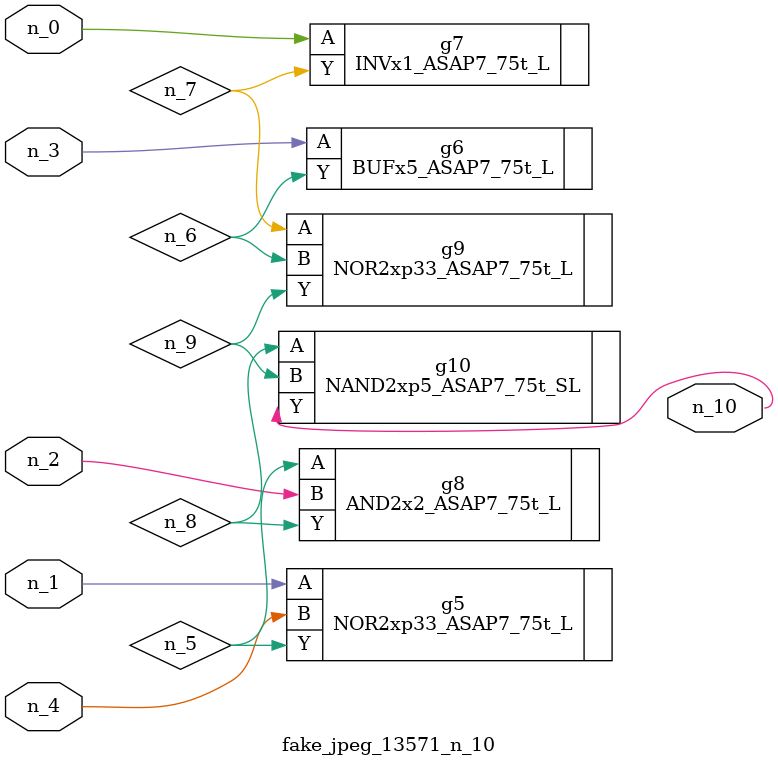
<source format=v>
module fake_jpeg_13571_n_10 (n_3, n_2, n_1, n_0, n_4, n_10);

input n_3;
input n_2;
input n_1;
input n_0;
input n_4;

output n_10;

wire n_8;
wire n_9;
wire n_6;
wire n_5;
wire n_7;

NOR2xp33_ASAP7_75t_L g5 ( 
.A(n_1),
.B(n_4),
.Y(n_5)
);

BUFx5_ASAP7_75t_L g6 ( 
.A(n_3),
.Y(n_6)
);

INVx1_ASAP7_75t_L g7 ( 
.A(n_0),
.Y(n_7)
);

AND2x2_ASAP7_75t_L g8 ( 
.A(n_5),
.B(n_2),
.Y(n_8)
);

NAND2xp5_ASAP7_75t_SL g10 ( 
.A(n_8),
.B(n_9),
.Y(n_10)
);

NOR2xp33_ASAP7_75t_L g9 ( 
.A(n_7),
.B(n_6),
.Y(n_9)
);


endmodule
</source>
